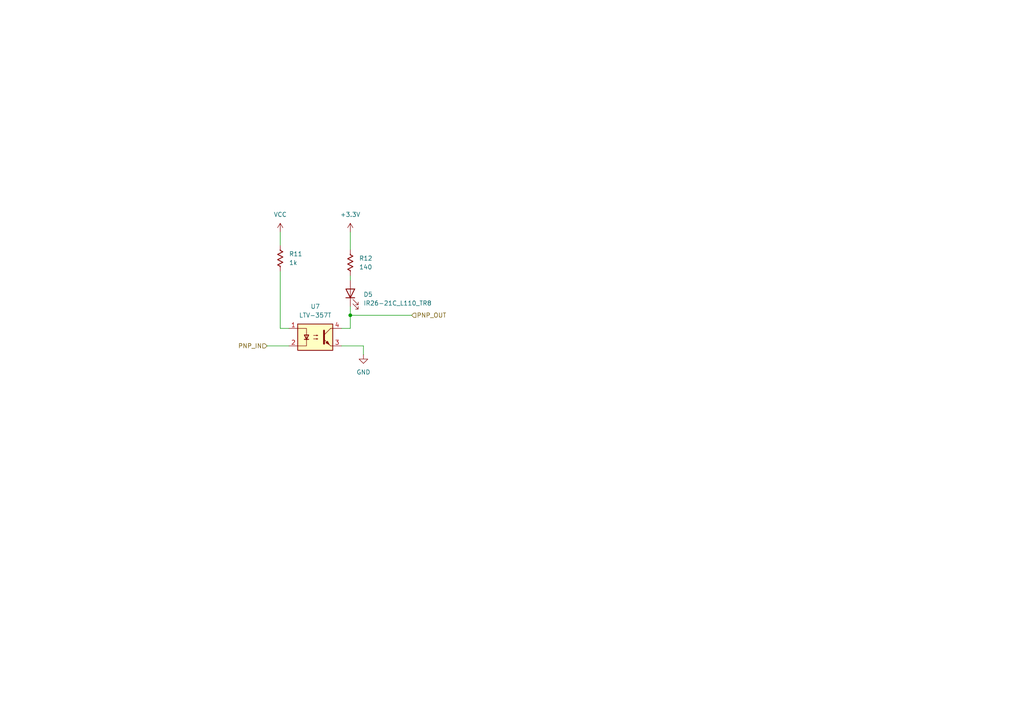
<source format=kicad_sch>
(kicad_sch (version 20250114) (generator "eeschema") (generator_version "9.0")
  (paper "A4")
  (lib_symbols
    (symbol "EasyEDA:+3.3V" (power) (pin_numbers (hide yes)) (pin_names (offset 0) (hide yes))
      (property "Value" "+3.3V" (at 0 3.556 0))
      (symbol "+3.3V_0_1"
        (polyline (pts (xy -0.762 1.27) (xy 0 2.54)))
        (polyline (pts (xy 0 2.54) (xy 0.762 1.27)))
        (polyline (pts (xy 0 0) (xy 0 2.54)))
      )
      (symbol "+3.3V_1_1"
        (pin power_in line (at 0 0 90) (length 0) (name "~") (number "1"))
      )
    )
    (symbol "EasyEDA:GND" (power) (pin_numbers (hide yes)) (pin_names (offset 0) (hide yes))
      (property "Value" "GND" (at 0 -3.81 0))
      (symbol "GND_0_1"
        (polyline (pts (xy 0 0) (xy 0 -1.27) (xy 1.27 -1.27) (xy 0 -2.54) (xy -1.27 -1.27) (xy 0 -1.27)))
      )
      (symbol "GND_1_1"
        (pin power_in line (at 0 0 270) (length 0) (name "~") (number "1"))
      )
    )
    (symbol "EasyEDA:LTV-357T" (pin_names (offset 1.016))
      (property "Reference" "U" (at -5.334 4.826 0))
      (property "Value" "LTV-357T" (at 0 5.08 0))
      (symbol "LTV-357T_0_1"
        (rectangle (start -5.08 3.81) (end 5.08 -3.81) (stroke (width 0.254)) (fill (type background)))
        (polyline (pts (xy -5.08 2.54) (xy -2.54 2.54) (xy -2.54 -0.762)))
        (polyline (pts (xy -3.175 -0.635) (xy -1.905 -0.635)) (stroke (width 0.254)))
        (polyline (pts (xy -2.54 -0.635) (xy -2.54 -2.54) (xy -5.08 -2.54)))
        (polyline (pts (xy -2.54 -0.635) (xy -3.175 0.635) (xy -1.905 0.635) (xy -2.54 -0.635)) (stroke (width 0.254)))
        (polyline (pts (xy -0.508 0.508) (xy 0.762 0.508) (xy 0.381 0.381) (xy 0.381 0.635) (xy 0.762 0.508)))
        (polyline (pts (xy -0.508 -0.508) (xy 0.762 -0.508) (xy 0.381 -0.635) (xy 0.381 -0.381) (xy 0.762 -0.508)))
        (polyline (pts (xy 2.54 1.905) (xy 2.54 -1.905)) (stroke (width 0.508)))
        (polyline (pts (xy 2.54 0.635) (xy 4.445 2.54)))
        (polyline (pts (xy 3.048 -1.651) (xy 3.556 -1.143) (xy 4.064 -2.159) (xy 3.048 -1.651)) (fill (type outline)))
        (polyline (pts (xy 4.445 2.54) (xy 5.08 2.54)))
        (polyline (pts (xy 4.445 -2.54) (xy 2.54 -0.635)) (fill (type outline)))
        (polyline (pts (xy 4.445 -2.54) (xy 5.08 -2.54)))
      )
      (symbol "LTV-357T_1_1"
        (pin passive line (at -7.62 2.54 0) (length 2.54) (name "~") (number "1"))
        (pin passive line (at -7.62 -2.54 0) (length 2.54) (name "~") (number "2"))
        (pin passive line (at 7.62 2.54 180) (length 2.54) (name "~") (number "4"))
        (pin passive line (at 7.62 -2.54 180) (length 2.54) (name "~") (number "3"))
      )
    )
    (symbol "EasyEDA:R_0603" (pin_numbers (hide yes)) (pin_names (offset 0))
      (property "Reference" "R" (at 2.54 1.27 0))
      (property "Value" "R_0603" (at 2.54 -1.27 0))
      (symbol "R_0603_0_1"
        (polyline (pts (xy 0 2.286) (xy 0 2.54)) (stroke (width 0.254)))
        (polyline (pts (xy 0 2.286) (xy 0.762 1.905) (xy -0.762 1.143) (xy 0 0.762) (xy 0.762 0.381) (xy 0 0) (xy -0.762 -0.381) (xy 0 -0.762) (xy 0.762 -1.143) (xy 0 -1.524) (xy -0.762 -1.905) (xy 0 -2.286)) (stroke (width 0.254)))
        (polyline (pts (xy 0 -2.286) (xy 0 -2.54)) (stroke (width 0.254)))
      )
      (symbol "R_0603_0_2"
        (polyline (pts (xy -2.54 -2.54) (xy -1.778 -1.778)))
        (polyline (pts (xy -1.778 -1.778) (xy -1.524 -1.524)) (stroke (width 0.254)))
        (polyline (pts (xy -1.524 -1.524) (xy -1.778 -0.762) (xy -1.016 -1.016)) (stroke (width 0.254)))
        (polyline (pts (xy -0.508 -0.508) (xy -0.762 0.254) (xy 0 0)) (stroke (width 0.254)))
        (polyline (pts (xy -0.508 -0.508) (xy -0.254 -1.27) (xy -1.016 -1.016)) (stroke (width 0.254)))
        (polyline (pts (xy 0.508 0.508) (xy 0.254 1.27) (xy 1.016 1.016)) (stroke (width 0.254)))
        (polyline (pts (xy 0.508 0.508) (xy 0.762 -0.254) (xy 0 0)) (stroke (width 0.254)))
        (polyline (pts (xy 1.524 1.524) (xy 1.778 0.762) (xy 1.016 1.016)) (stroke (width 0.254)))
        (polyline (pts (xy 1.778 1.778) (xy 1.524 1.524)) (stroke (width 0.254)))
        (polyline (pts (xy 1.778 1.778) (xy 2.54 2.54)))
      )
      (symbol "R_0603_1_1"
        (pin passive line (at 0 3.81 270) (length 1.27) (name "~") (number "1"))
        (pin passive line (at 0 -3.81 90) (length 1.27) (name "~") (number "2"))
      )
      (symbol "R_0603_1_2"
        (pin passive line (at -2.54 -2.54 0) (length 0) (name "") (number "2"))
        (pin passive line (at 2.54 2.54 180) (length 0) (name "") (number "1"))
      )
    )
    (symbol "EasyEDA:VCC" (power) (pin_numbers (hide yes)) (pin_names (offset 0) (hide yes))
      (property "Value" "VCC" (at 0 3.556 0))
      (symbol "VCC_0_1"
        (polyline (pts (xy -0.762 1.27) (xy 0 2.54)))
        (polyline (pts (xy 0 2.54) (xy 0.762 1.27)))
        (polyline (pts (xy 0 0) (xy 0 2.54)))
      )
      (symbol "VCC_1_1"
        (pin power_in line (at 0 0 90) (length 0) (name "~") (number "1"))
      )
    )
    (symbol "LED:IR26-21C_L110_TR8" (pin_numbers (hide yes)) (pin_names (offset 1.016) (hide yes))
      (property "Reference" "D" (at 0 2.54 0))
      (property "Value" "IR26-21C_L110_TR8" (at 0 -3.81 0))
      (symbol "IR26-21C_L110_TR8_0_1"
        (polyline (pts (xy -3.048 -0.762) (xy -4.572 -2.286) (xy -3.81 -2.286) (xy -4.572 -2.286) (xy -4.572 -1.524)))
        (polyline (pts (xy -1.778 -0.762) (xy -3.302 -2.286) (xy -2.54 -2.286) (xy -3.302 -2.286) (xy -3.302 -1.524)))
        (polyline (pts (xy -1.27 0) (xy 1.27 0)))
        (polyline (pts (xy -1.27 -1.27) (xy -1.27 1.27)) (stroke (width 0.254)))
        (polyline (pts (xy 1.27 -1.27) (xy 1.27 1.27) (xy -1.27 0) (xy 1.27 -1.27)) (stroke (width 0.254)))
      )
      (symbol "IR26-21C_L110_TR8_1_1"
        (pin passive line (at -3.81 0 0) (length 2.54) (name "K") (number "1"))
        (pin passive line (at 3.81 0 180) (length 2.54) (name "A") (number "2"))
      )
    )
  )
  (junction (at 101.6 91.44))
  (wire (pts (xy 81.28 67.31) (xy 81.28 71.12)))
  (wire (pts (xy 101.6 88.9) (xy 101.6 91.44)))
  (wire (pts (xy 81.28 78.74) (xy 81.28 95.25)))
  (wire (pts (xy 99.06 100.33) (xy 105.41 100.33)))
  (wire (pts (xy 81.28 95.25) (xy 83.82 95.25)))
  (wire (pts (xy 101.6 91.44) (xy 119.38 91.44)))
  (wire (pts (xy 101.6 80.01) (xy 101.6 81.28)))
  (wire (pts (xy 101.6 95.25) (xy 101.6 91.44)))
  (wire (pts (xy 105.41 102.87) (xy 105.41 100.33)))
  (wire (pts (xy 77.47 100.33) (xy 83.82 100.33)))
  (wire (pts (xy 101.6 67.31) (xy 101.6 72.39)))
  (wire (pts (xy 99.06 95.25) (xy 101.6 95.25)))
  (hierarchical_label "PNP_IN" (shape input) (at 77.47 100.33 180))
  (hierarchical_label "PNP_OUT" (shape input) (at 119.38 91.44 0))
  (symbol (lib_id "EasyEDA:VCC") (at 81.28 67.31 0) (unit 1)
    (property "Reference" "#PWR029" (effects (hide yes)))
    (property "Value" "VCC" (at 81.28 62.23 0))
    (property "Description" "Power symbol creates a global label with name \"VCC\"" (effects (hide yes)))
    (instances (project "Nivara_PCB" (path "" (reference "#PWR029") (unit 1)) (path "" (reference "#PWR057") (unit 1))))
  )
  (symbol (lib_id "LED:IR26-21C_L110_TR8") (at 101.6 85.09 90) (unit 1)
    (property "Reference" "D5" (at 105.41 85.4074 90) (effects (justify right)))
    (property "Value" "IR26-21C_L110_TR8" (at 105.41 87.9474 90) (effects (justify right)))
    (property "Footprint" "LED_SMD:LED_1206_3216Metric" (effects (hide yes)))
    (property "Datasheet" "http://www.everlight.com/file/ProductFile/IR26-21C-L110-TR8.pdf" (effects (hide yes)))
    (property "Description" "940nm, 20 deg, Infrared LED, 1206" (effects (hide yes)))
    (instances (project "Nivara_PCB" (path "" (reference "D5") (unit 1)) (path "" (reference "D39") (unit 1))))
  )
  (symbol (lib_id "EasyEDA:+3.3V") (at 101.6 67.31 0) (unit 1)
    (property "Reference" "#PWR030" (effects (hide yes)))
    (property "Value" "+3.3V" (at 101.6 62.23 0))
    (property "Description" "Power symbol creates a global label with name \"+3.3V\"" (effects (hide yes)))
    (instances (project "Nivara_PCB" (path "" (reference "#PWR030") (unit 1)) (path "" (reference "#PWR058") (unit 1))))
  )
  (symbol (lib_id "EasyEDA:R_0603") (at 101.6 76.2 0) (unit 1)
    (property "Reference" "R12" (at 104.14 74.9299 0) (effects (justify left)))
    (property "Value" "140" (at 104.14 77.4699 0) (effects (justify left)))
    (property "Footprint" "PCM_Resistor_SMD_AKL:R_0603_1608Metric" (effects (hide yes)))
    (property "Description" "SMD 0603 Chip Resistor, US Symbol, Alternate KiCad Library" (effects (hide yes)))
    (instances (project "Nivara_PCB" (path "" (reference "R12") (unit 1)) (path "" (reference "R36") (unit 1))))
  )
  (symbol (lib_id "EasyEDA:LTV-357T") (at 91.44 97.79 0) (unit 1)
    (property "Reference" "U7" (at 91.44 88.9 0))
    (property "Value" "LTV-357T" (at 91.44 91.44 0))
    (property "Footprint" "Package_SO:SO-4_4.4x3.6mm_P2.54mm" (effects (hide yes)))
    (property "Datasheet" "https://www.buerklin.com/medias/sys_master/download/download/h91/ha0/8892020588574.pdf" (effects (hide yes)))
    (property "Description" "DC Optocoupler, Vce 35V, CTR 50%, SO-4" (effects (hide yes)))
    (instances (project "Nivara_PCB" (path "" (reference "U7") (unit 1)) (path "" (reference "U15") (unit 1))))
  )
  (symbol (lib_id "EasyEDA:GND") (at 105.41 102.87 0) (unit 1)
    (property "Reference" "#PWR031" (effects (hide yes)))
    (property "Value" "GND" (at 105.41 107.95 0))
    (property "Description" "Power symbol creates a global label with name \"GND\" , ground" (effects (hide yes)))
    (instances (project "Nivara_PCB" (path "" (reference "#PWR031") (unit 1)) (path "" (reference "#PWR059") (unit 1))))
  )
  (symbol (lib_id "EasyEDA:R_0603") (at 81.28 74.93 0) (unit 1)
    (property "Reference" "R11" (at 83.82 73.6599 0) (effects (justify left)))
    (property "Value" "1k" (at 83.82 76.1999 0) (effects (justify left)))
    (property "Footprint" "PCM_Resistor_SMD_AKL:R_0603_1608Metric" (effects (hide yes)))
    (property "Description" "SMD 0603 Chip Resistor, US Symbol, Alternate KiCad Library" (effects (hide yes)))
    (instances (project "Nivara_PCB" (path "" (reference "R11") (unit 1)) (path "" (reference "R35") (unit 1))))
  )
)
</source>
